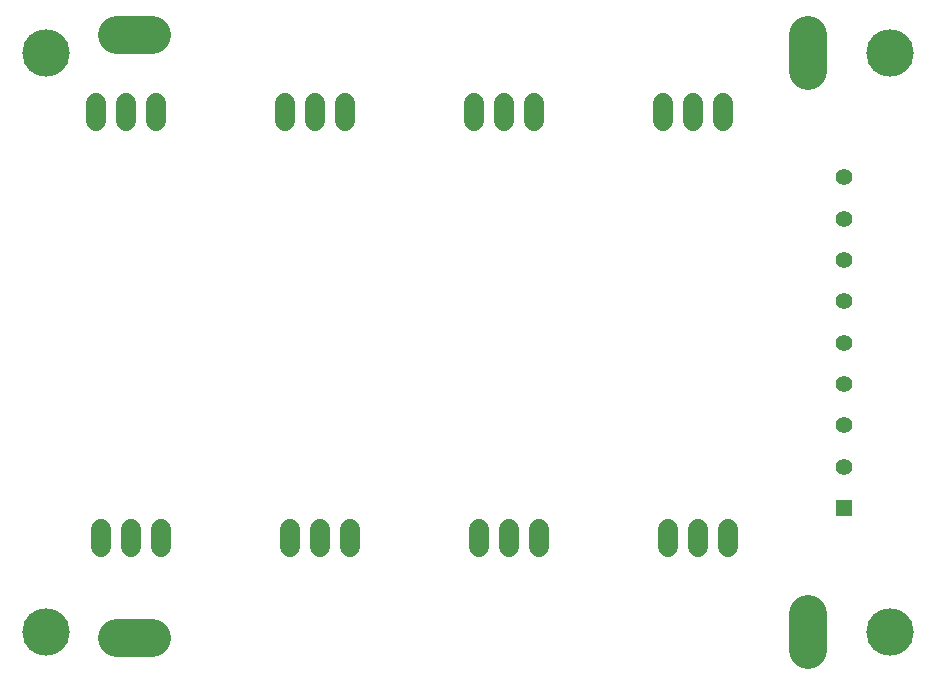
<source format=gbs>
G75*
G70*
%OFA0B0*%
%FSLAX24Y24*%
%IPPOS*%
%LPD*%
%AMOC8*
5,1,8,0,0,1.08239X$1,22.5*
%
%ADD10C,0.1580*%
%ADD11R,0.0560X0.0560*%
%ADD12C,0.0560*%
%ADD13C,0.1265*%
%ADD14C,0.0680*%
D10*
X001479Y001479D03*
X001479Y020770D03*
X029628Y020770D03*
X029628Y001479D03*
D11*
X028089Y005613D03*
D12*
X028089Y006991D03*
X028089Y008369D03*
X028089Y009746D03*
X028089Y011124D03*
X028089Y012502D03*
X028089Y013880D03*
X028089Y015258D03*
X028089Y016636D03*
D13*
X026872Y020178D02*
X026872Y021363D01*
X005024Y021361D02*
X003839Y021361D01*
X026872Y002071D02*
X026872Y000886D01*
X005024Y001282D02*
X003839Y001282D01*
D14*
X004325Y004313D02*
X004325Y004913D01*
X003325Y004913D02*
X003325Y004313D01*
X005325Y004313D02*
X005325Y004913D01*
X009624Y004913D02*
X009624Y004313D01*
X010624Y004313D02*
X010624Y004913D01*
X011624Y004913D02*
X011624Y004313D01*
X015924Y004313D02*
X015924Y004913D01*
X016924Y004913D02*
X016924Y004313D01*
X017924Y004313D02*
X017924Y004913D01*
X022223Y004913D02*
X022223Y004313D01*
X023223Y004313D02*
X023223Y004913D01*
X024223Y004913D02*
X024223Y004313D01*
X024042Y018517D02*
X024042Y019117D01*
X023042Y019117D02*
X023042Y018517D01*
X022042Y018517D02*
X022042Y019117D01*
X017743Y019117D02*
X017743Y018517D01*
X016743Y018517D02*
X016743Y019117D01*
X015743Y019117D02*
X015743Y018517D01*
X011443Y018517D02*
X011443Y019117D01*
X010443Y019117D02*
X010443Y018517D01*
X009443Y018517D02*
X009443Y019117D01*
X005144Y019117D02*
X005144Y018517D01*
X004144Y018517D02*
X004144Y019117D01*
X003144Y019117D02*
X003144Y018517D01*
M02*

</source>
